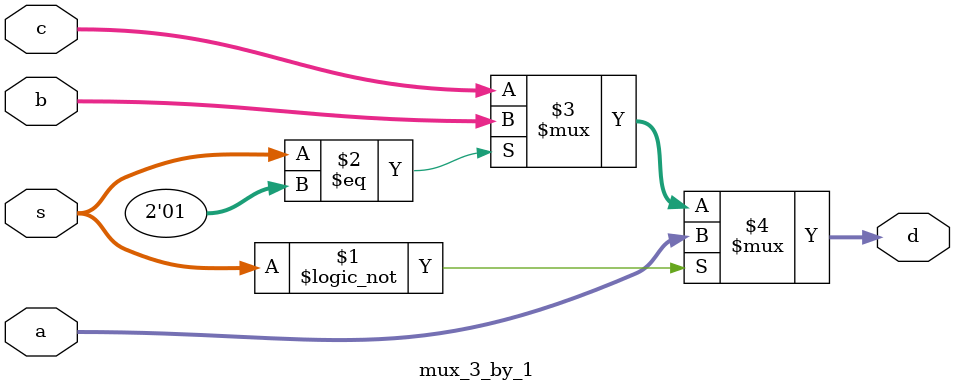
<source format=v>
module mux(a,b,s,c);

  input [31:0] a,b;
  input s;
  output [31:0] c;
  
  assign c=(~s)?a:b;

endmodule


module mux_3_by_1(a,b,c,s,d);

input [31:0] a,b,c;
input [1:0] s;
output [31:0] d;

assign d=(s==2'b00)?a:(s==2'b01)?b:(2'b10)?c:32'h00000000;

endmodule

</source>
